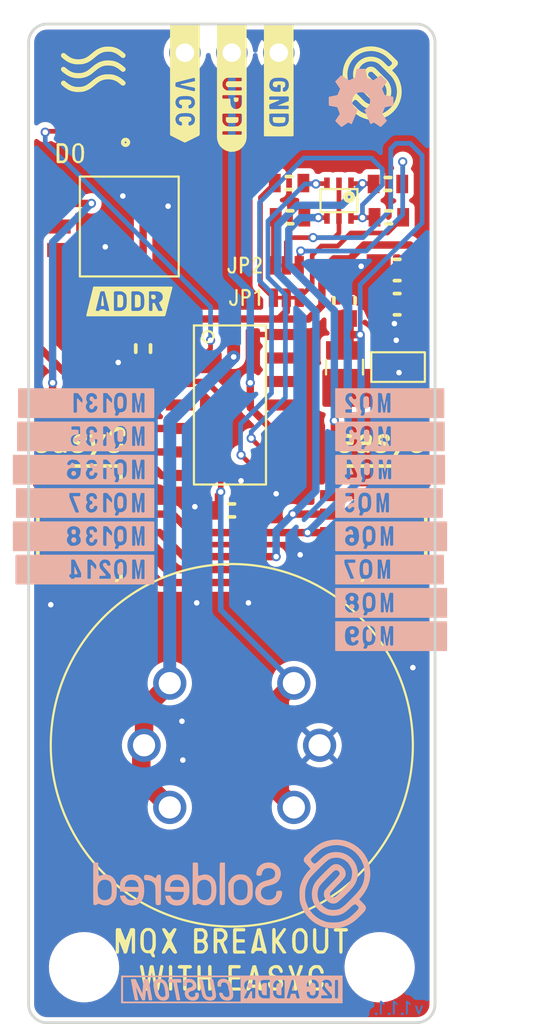
<source format=kicad_pcb>
(kicad_pcb (version 20210623) (generator pcbnew)
  (layers (0 "F.Cu" signal) (31 "B.Cu" signal) (34 "B.Paste" user) (35 "F.Paste" user) (36 "B.SilkS" user "B.Silkscreen") (37 "F.SilkS" user "F.Silkscreen") (38 "B.Mask" user) (39 "F.Mask" user) (44 "Edge.Cuts" user))
  (net 0 "")
  (net 1 "GND")
  (net 2 "5V")
  (net 3 "3V3")
  (net 4 "Net-(D1-Pad1)")
  (net 5 "SCL_PULL5")
  (net 6 "SDA_PULL5")
  (net 7 "SCL_PULL3,3")
  (net 8 "SDA_PULL3,3")
  (net 9 "SCL")
  (net 10 "SDA")
  (net 11 "UPDI")
  (net 12 "ADD1")
  (net 13 "ADD2")
  (net 14 "ADD3")
  (net 15 "Net-(L1-Pad1)")
  (net 16 "SCL5")
  (net 17 "SDA5")
  (net 18 "D0")
  (net 21 "A0")
  (footprint "e-radionica.com footprinti:0603R" (layer "F.Cu") (at 102 102.3 180)
    (fp_text reference "R1")
    (fp_text value "10k")
    (pad "1" smd rect locked (at -0.775 0 270) (size 1 0.64) (layers "F.Cu" "F.Paste" "F.Mask") (net 1 "GND"))
    (pad "2" smd rect locked (at 0.775 0 270) (size 1 0.64) (layers "F.Cu" "F.Paste" "F.Mask") (net 21 "A0"))
  )
  (footprint "e-radionica.com footprinti:DSHP03TS-S" (layer "F.Cu") (at 96.45 86.95)
    (fp_text reference "K4")
    (fp_text value "DSHP03TS-S")
    (pad "1" smd rect (at -3.81 -1.27 90) (size 0.76 1.27) (layers "F.Cu" "F.Paste" "F.Mask") (net 12 "ADD1"))
    (pad "2" smd rect (at 3.81 -1.27 90) (size 0.76 1.27) (layers "F.Cu" "F.Paste" "F.Mask") (net 1 "GND"))
    (pad "3" smd rect (at -3.81 0 90) (size 0.76 1.27) (layers "F.Cu" "F.Paste" "F.Mask") (net 13 "ADD2"))
    (pad "4" smd rect (at 3.81 0 90) (size 0.76 1.27) (layers "F.Cu" "F.Paste" "F.Mask") (net 1 "GND"))
    (pad "5" smd rect (at -3.81 1.27 90) (size 0.76 1.27) (layers "F.Cu" "F.Paste" "F.Mask") (net 14 "ADD3"))
    (pad "6" smd rect (at 3.81 1.27 90) (size 0.76 1.27) (layers "F.Cu" "F.Paste" "F.Mask") (net 1 "GND"))
  )
  (footprint "buzzardLabel" (layer "F.Cu") (at 99.46 75.6 -90)
    (fp_text reference "" (at 0 0 90) (layer "F.SilkS") (effects (font (size 1.27 1.27))))
    (fp_text value "" (at 0 0 90) (layer "F.SilkS") (effects (font (size 1.27 1.27))))
  )
  (footprint "Soldered Graphics:Logo-Back-SolderedFULL-15mm" (layer "F.Cu") (at 102 122.5)
    (fp_text reference "REF**" hide)
    (fp_text value "Logo-Front-SolderedFULL-15mm" hide)
  )
  (footprint "e-radionica.com footprinti:MQ" (layer "F.Cu") (at 102 115)
    (fp_text reference "U1")
    (fp_text value "MQ-X")
    (pad "1" thru_hole circle locked (at -3.358757 -3.358757) (size 1.8 1.8) (drill 1.2) (layers *.Cu *.Mask) (net 2 "5V"))
    (pad "2" thru_hole circle locked (at -4.75 0) (size 1.8 1.8) (drill 1.2) (layers *.Cu *.Mask) (net 2 "5V"))
    (pad "3" thru_hole circle locked (at -3.358757 3.358757) (size 1.8 1.8) (drill 1.2) (layers *.Cu *.Mask) (net 2 "5V"))
    (pad "4" thru_hole circle locked (at 3.358757 3.358757) (size 1.8 1.8) (drill 1.2) (layers *.Cu *.Mask) (net 21 "A0"))
    (pad "5" thru_hole circle locked (at 4.75 0) (size 1.8 1.8) (drill 1.2) (layers *.Cu *.Mask) (net 1 "GND"))
    (pad "6" thru_hole circle locked (at 3.358757 -3.358757) (size 1.8 1.8) (drill 1.2) (layers *.Cu *.Mask) (net 21 "A0"))
  )
  (footprint "e-radionica.com footprinti:0603C" (layer "F.Cu") (at 97.2 93.55 -90)
    (fp_text reference "C4")
    (fp_text value "0.1uF")
    (pad "1" smd rect locked (at -0.73 0 270) (size 0.66 1) (layers "F.Cu" "F.Paste" "F.Mask") (net 2 "5V"))
    (pad "2" smd rect locked (at 0.73 0 270) (size 0.66 1) (layers "F.Cu" "F.Paste" "F.Mask") (net 1 "GND"))
  )
  (footprint "buzzardLabel" (layer "F.Cu") (at 102.7 89.05)
    (fp_text reference "" (at 0 0) (layer "F.SilkS") (effects (font (size 1.27 1.27))))
    (fp_text value "" (at 0 0) (layer "F.SilkS") (effects (font (size 1.27 1.27))))
  )
  (footprint "e-radionica.com footprinti:0603R" (layer "F.Cu") (at 110.45 84.65 180)
    (fp_text reference "R2")
    (fp_text value "10k")
    (pad "1" smd rect locked (at -0.775 0 270) (size 1 0.64) (layers "F.Cu" "F.Paste" "F.Mask") (net 8 "SDA_PULL3,3"))
    (pad "2" smd rect locked (at 0.775 0 270) (size 1 0.64) (layers "F.Cu" "F.Paste" "F.Mask") (net 10 "SDA"))
  )
  (footprint "e-radionica.com footprinti:FIDUCIAL_23" (layer "F.Cu") (at 102 120)
    (fp_text reference "FD1")
    (fp_text value "FIDUCIAL")
    (fp_circle (center 0 0) (end 1 0) (layer "F.Cu") (width 0.2) (fill none))
    (pad "1" smd circle (at 0 0) (size 1 1) (layers "F.Cu" "F.Paste" "F.Mask") (clearance 1.1))
  )
  (footprint "e-radionica.com footprinti:0603R" (layer "F.Cu") (at 110.5 86.45)
    (fp_text reference "R4")
    (fp_text value "10k")
    (pad "1" smd rect locked (at -0.775 0 90) (size 1 0.64) (layers "F.Cu" "F.Paste" "F.Mask") (net 17 "SDA5"))
    (pad "2" smd rect locked (at 0.775 0 90) (size 1 0.64) (layers "F.Cu" "F.Paste" "F.Mask") (net 6 "SDA_PULL5"))
  )
  (footprint "e-radionica.com footprinti:HEADER-UPDI" (layer "F.Cu") (at 102 77.55)
    (fp_text reference "K2")
    (fp_text value "HEADER-UPDI")
    (pad "1" thru_hole circle locked (at -2.54 0) (size 1.7 1.7) (drill 1) (layers *.Cu *.Mask) (net 2 "5V"))
    (pad "2" thru_hole circle locked (at 0 0) (size 1.7 1.7) (drill 1) (layers *.Cu *.Mask) (net 11 "UPDI"))
    (pad "3" thru_hole circle locked (at 2.54 0) (size 1.7 1.7) (drill 1) (layers *.Cu *.Mask) (net 1 "GND"))
  )
  (footprint "buzzardLabel" (layer "F.Cu") (at 102.7 90.8)
    (fp_text reference "" (at 0 0) (layer "F.SilkS") (effects (font (size 1.27 1.27))))
    (fp_text value "" (at 0 0) (layer "F.SilkS") (effects (font (size 1.27 1.27))))
  )
  (footprint "Soldered Graphics:Logo-Front-easyC-5mm" (layer "F.Cu") (at 93.8 98.65)
    (fp_text reference "G***" hide)
    (fp_text value "LOGO" hide)
  )
  (footprint "e-radionica.com footprinti:easyC-connector" (layer "F.Cu") (at 94.3 103 90)
    (fp_text reference "K3")
    (fp_text value "easyC-SMD")
    (pad "1" smd rect locked (at -1.5 2.15 90) (size 0.6 1.55) (layers "F.Cu" "F.Paste" "F.Mask") (net 9 "SCL"))
    (pad "2" smd rect locked (at -0.5 2.15 90) (size 0.6 1.55) (layers "F.Cu" "F.Paste" "F.Mask") (net 10 "SDA"))
    (pad "3" smd rect locked (at 0.5 2.15 90) (size 0.6 1.55) (layers "F.Cu" "F.Paste" "F.Mask") (net 3 "3V3"))
    (pad "4" smd rect locked (at 1.5 2.15 90) (size 0.6 1.55) (layers "F.Cu" "F.Paste" "F.Mask") (net 1 "GND"))
    (pad "5" smd rect locked (at 2.6 -2.15 90) (size 1.2 1.8) (layers "F.Cu" "F.Paste" "F.Mask") (net 1 "GND"))
    (pad "5" smd rect locked (at -2.6 -2.15 90) (size 1.2 1.8) (layers "F.Cu" "F.Paste" "F.Mask") (net 1 "GND"))
  )
  (footprint "buzzardLabel" (layer "F.Cu") (at 96.45 91)
    (fp_text reference "" (at 0 0) (layer "F.SilkS") (effects (font (size 1.27 1.27))))
    (fp_text value "" (at 0 0) (layer "F.SilkS") (effects (font (size 1.27 1.27))))
  )
  (footprint "e-radionica.com footprinti:SMD_JUMPER_3_PAD_TRACE" (layer "F.Cu") (at 104.95 89.05)
    (fp_text reference "JP2")
    (fp_text value "SMD_JUMPER_3_PAD_TRACE")
    (fp_poly (pts (xy 0.45 0.05) (xy 0.25 0.05) (xy 0.25 -0.05) (xy 0.45 -0.05)) (layer "F.Cu") (width 0.1) (fill solid))
    (fp_poly (pts (xy -0.25 0.05) (xy -0.45 0.05) (xy -0.45 -0.05) (xy -0.25 -0.05)) (layer "F.Cu") (width 0.1) (fill solid))
    (pad "1" smd rect (at -0.7 0 180) (size 0.5 1) (layers "F.Cu" "F.Mask") (net 7 "SCL_PULL3,3"))
    (pad "2" smd custom (at 0 0 180) (size 0.5 1) (layers "F.Cu" "F.Mask") (net 3 "3V3") (options (clearance outline) (anchor rect)) (primitives))
    (pad "3" smd rect (at 0.7 0 180) (size 0.5 1) (layers "F.Cu" "F.Mask") (net 8 "SDA_PULL3,3"))
  )
  (footprint "Soldered Graphics:Symbol-Front-Air-Quality" (layer "F.Cu") (at 94.5 78.45)
    (fp_text reference "G***" hide)
    (fp_text value "LOGO" hide)
  )
  (footprint "e-radionica.com footprinti:0805C" (layer "F.Cu") (at 110.95 89.3)
    (fp_text reference "C1")
    (fp_text value "CL10A226MPCNUBE")
    (pad "1" smd rect locked (at -0.975 0 90) (size 1.35 0.9) (layers "F.Cu" "F.Paste" "F.Mask") (net 1 "GND"))
    (pad "2" smd rect locked (at 0.975 0 90) (size 1.35 0.9) (layers "F.Cu" "F.Paste" "F.Mask") (net 2 "5V"))
  )
  (footprint "Soldered Graphics:Logo-Back-OSH-3.5mm" (layer "F.Cu") (at 109 80)
    (fp_text reference "G***" hide)
    (fp_text value "LOGO" hide)
  )
  (footprint "e-radionica.com footprinti:SOIC-14" (layer "F.Cu") (at 101.9 96.6)
    (fp_text reference "U4")
    (fp_text value "ATTINY404-SSNR")
    (pad "1" smd rect (at -2.7 -3.81) (size 1.55 0.6) (layers "F.Cu" "F.Paste" "F.Mask") (net 2 "5V"))
    (pad "2" smd rect (at -2.7 -2.54) (size 1.55 0.6) (layers "F.Cu" "F.Paste" "F.Mask") (net 18 "D0"))
    (pad "3" smd rect (at -2.7 -1.27) (size 1.55 0.6) (layers "F.Cu" "F.Paste" "F.Mask") (net 21 "A0"))
    (pad "4" smd rect (at -2.7 0) (size 1.55 0.6) (layers "F.Cu" "F.Paste" "F.Mask"))
    (pad "5" smd rect (at -2.7 1.27) (size 1.55 0.6) (layers "F.Cu" "F.Paste" "F.Mask") (net 14 "ADD3"))
    (pad "6" smd rect (at -2.7 2.54) (size 1.55 0.6) (layers "F.Cu" "F.Paste" "F.Mask") (net 13 "ADD2"))
    (pad "7" smd rect (at -2.7 3.81) (size 1.55 0.6) (layers "F.Cu" "F.Paste" "F.Mask") (net 12 "ADD1"))
    (pad "8" smd rect (at 2.7 3.81) (size 1.55 0.6) (layers "F.Cu" "F.Paste" "F.Mask") (net 17 "SDA5"))
    (pad "9" smd rect (at 2.7 2.54) (size 1.55 0.6) (layers "F.Cu" "F.Paste" "F.Mask") (net 16 "SCL5"))
    (pad "10" smd rect (at 2.7 1.27) (size 1.55 0.6) (layers "F.Cu" "F.Paste" "F.Mask") (net 11 "UPDI"))
    (pad "11" smd rect (at 2.7 0) (size 1.55 0.6) (layers "F.Cu" "F.Paste" "F.Mask"))
    (pad "12" smd rect (at 2.7 -1.27) (size 1.55 0.6) (layers "F.Cu" "F.Paste" "F.Mask"))
    (pad "13" smd rect (at 2.7 -2.54) (size 1.55 0.6) (layers "F.Cu" "F.Paste" "F.Mask"))
    (pad "14" smd rect (at 2.7 -3.81) (size 1.55 0.6) (layers "F.Cu" "F.Paste" "F.Mask") (net 1 "GND"))
  )
  (footprint "e-radionica.com footprinti:0805C" (layer "F.Cu") (at 108.1 90.95 -90)
    (fp_text reference "C3")
    (fp_text value "C1608X7S1A475K080AC")
    (pad "1" smd rect locked (at -0.975 0) (size 1.35 0.9) (layers "F.Cu" "F.Paste" "F.Mask") (net 1 "GND"))
    (pad "2" smd rect locked (at 0.975 0) (size 1.35 0.9) (layers "F.Cu" "F.Paste" "F.Mask") (net 3 "3V3"))
  )
  (footprint "e-radionica.com footprinti:HOLE_3.2mm" (layer "F.Cu") (at 94 127)
    (fp_text reference "H2" hide)
    (fp_text value "HOLE_3.2mm" hide)
    (pad "" np_thru_hole circle locked (at 0 0) (size 3.2 3.2) (drill 3.2) (layers F&B.Cu *.Mask))
  )
  (footprint "e-radionica.com footprinti:tps613222a" (layer "F.Cu") (at 111 94.55 90)
    (fp_text reference "U3")
    (fp_text value "TPS613222A")
    (pad "1" smd rect (at -1.3 -0.95 90) (size 1.1 0.6) (layers "F.Cu" "F.Paste" "F.Mask") (net 15 "Net-(L1-Pad1)"))
    (pad "2" smd rect (at -1.3 0 90) (size 1.1 0.6) (layers "F.Cu" "F.Paste" "F.Mask") (net 1 "GND"))
    (pad "3" smd rect (at -1.3 0.95 90) (size 1.1 0.6) (layers "F.Cu" "F.Paste" "F.Mask"))
    (pad "4" smd rect (at 1.3 0.95 90) (size 1.1 0.6) (layers "F.Cu" "F.Paste" "F.Mask") (net 2 "5V"))
    (pad "5" smd rect (at 1.3 -0.95 90) (size 1.1 0.6) (layers "F.Cu" "F.Paste" "F.Mask"))
  )
  (footprint "e-radionica.com footprinti:0402LED" (layer "F.Cu") (at 95.35 81.8)
    (fp_text reference "D1")
    (fp_text value "purple")
    (pad "1" smd rect locked (at -0.55 0 90) (size 0.75 0.45) (layers "F.Cu" "F.Paste" "F.Mask") (net 4 "Net-(D1-Pad1)"))
    (pad "2" smd rect locked (at 0.55 0 90) (size 0.75 0.45) (layers "F.Cu" "F.Paste" "F.Mask") (net 1 "GND"))
  )
  (footprint "e-radionica.com footprinti:0603R" (layer "F.Cu") (at 105.15 86.45 180)
    (fp_text reference "R5")
    (fp_text value "10k")
    (pad "1" smd rect locked (at -0.775 0 270) (size 1 0.64) (layers "F.Cu" "F.Paste" "F.Mask") (net 9 "SCL"))
    (pad "2" smd rect locked (at 0.775 0 270) (size 1 0.64) (layers "F.Cu" "F.Paste" "F.Mask") (net 7 "SCL_PULL3,3"))
  )
  (footprint "e-radionica.com footprinti:0805C" (layer "F.Cu") (at 110.95 91.15)
    (fp_text reference "C2")
    (fp_text value "CL10A226MPCNUBE")
    (pad "1" smd rect locked (at -0.975 0 90) (size 1.35 0.9) (layers "F.Cu" "F.Paste" "F.Mask") (net 1 "GND"))
    (pad "2" smd rect locked (at 0.975 0 90) (size 1.35 0.9) (layers "F.Cu" "F.Paste" "F.Mask") (net 2 "5V"))
  )
  (footprint "Soldered Graphics:Logo-Front-easyC-5mm" (layer "F.Cu") (at 110.2 98.65)
    (fp_text reference "G***" hide)
    (fp_text value "LOGO" hide)
  )
  (footprint "e-radionica.com footprinti:SOT-363" (layer "F.Cu") (at 107.8 85.55 -90)
    (fp_text reference "U2")
    (fp_text value "NMOS-DUAL")
    (pad "1" smd rect (at -0.92 -0.65) (size 0.3 0.66) (layers "F.Cu" "F.Paste" "F.Mask") (net 10 "SDA"))
    (pad "2" smd rect (at -0.92 0) (size 0.3 0.66) (layers "F.Cu" "F.Paste" "F.Mask") (net 3 "3V3"))
    (pad "3" smd rect (at -0.92 0.65) (size 0.3 0.66) (layers "F.Cu" "F.Paste" "F.Mask") (net 16 "SCL5"))
    (pad "4" smd rect (at 0.92 0.65) (size 0.3 0.66) (layers "F.Cu" "F.Paste" "F.Mask") (net 9 "SCL"))
    (pad "5" smd rect (at 0.92 0) (size 0.3 0.66) (layers "F.Cu" "F.Paste" "F.Mask") (net 3 "3V3"))
    (pad "6" smd rect (at 0.92 -0.65) (size 0.3 0.66) (layers "F.Cu" "F.Paste" "F.Mask") (net 17 "SDA5"))
  )
  (footprint "e-radionica.com footprinti:HOLE_3.2mm" (layer "F.Cu") (at 110 127)
    (fp_text reference "H1" hide)
    (fp_text value "HOLE_3.2mm" hide)
    (pad "" np_thru_hole circle locked (at 0 0) (size 3.2 3.2) (drill 3.2) (layers F&B.Cu *.Mask))
  )
  (footprint "e-radionica.com footprinti:easyC-connector" (layer "F.Cu") (at 109.7 103 -90)
    (fp_text reference "K1")
    (fp_text value "easyC-SMD")
    (pad "1" smd rect locked (at -1.5 2.15 270) (size 0.6 1.55) (layers "F.Cu" "F.Paste" "F.Mask") (net 9 "SCL"))
    (pad "2" smd rect locked (at -0.5 2.15 270) (size 0.6 1.55) (layers "F.Cu" "F.Paste" "F.Mask") (net 10 "SDA"))
    (pad "3" smd rect locked (at 0.5 2.15 270) (size 0.6 1.55) (layers "F.Cu" "F.Paste" "F.Mask") (net 3 "3V3"))
    (pad "4" smd rect locked (at 1.5 2.15 270) (size 0.6 1.55) (layers "F.Cu" "F.Paste" "F.Mask") (net 1 "GND"))
    (pad "5" smd rect locked (at -2.6 -2.15 270) (size 1.2 1.8) (layers "F.Cu" "F.Paste" "F.Mask") (net 1 "GND"))
    (pad "5" smd rect locked (at 2.6 -2.15 270) (size 1.2 1.8) (layers "F.Cu" "F.Paste" "F.Mask") (net 1 "GND"))
  )
  (footprint "buzzardLabel" (layer "F.Cu") (at 102 75.6 -90)
    (fp_text reference "" (at 0 0 90) (layer "F.SilkS") (effects (font (size 1.27 1.27))))
    (fp_text value "" (at 0 0 90) (layer "F.SilkS") (effects (font (size 1.27 1.27))))
  )
  (footprint "Soldered Graphics:Logo-Front-Soldered-4mm" (layer "F.Cu") (at 109.6 79.2)
    (fp_text reference "G***" hide)
    (fp_text value "LOGO" hide)
  )
  (footprint "e-radionica.com footprinti:0806L" (layer "F.Cu") (at 108.1 94.55 90)
    (fp_text reference "L1")
    (fp_text value "DFE201612E-2R2M=P2")
    (pad "1" smd rect (at -0.9 0 90) (size 1 2) (layers "F.Cu" "F.Paste" "F.Mask") (net 15 "Net-(L1-Pad1)"))
    (pad "2" smd rect (at 0.9 0 90) (size 1 2) (layers "F.Cu" "F.Paste" "F.Mask") (net 3 "3V3"))
  )
  (footprint "buzzardLabel" (layer "F.Cu") (at 102 125.6)
    (fp_text reference "" (at 0 0) (layer "F.SilkS") (effects (font (size 1.27 1.27))))
    (fp_text value "" (at 0 0) (layer "F.SilkS") (effects (font (size 1.27 1.27))))
  )
  (footprint "buzzardLabel" (layer "F.Cu") (at 93.26 83)
    (fp_text reference "" (at 0 0) (layer "F.SilkS") (effects (font (size 1.27 1.27))))
    (fp_text value "" (at 0 0) (layer "F.SilkS") (effects (font (size 1.27 1.27))))
  )
  (footprint "e-radionica.com footprinti:0603R" (layer "F.Cu") (at 105.1 84.6)
    (fp_text reference "R3")
    (fp_text value "10k")
    (pad "1" smd rect locked (at -0.775 0 90) (size 1 0.64) (layers "F.Cu" "F.Paste" "F.Mask") (net 5 "SCL_PULL5"))
    (pad "2" smd rect locked (at 0.775 0 90) (size 1 0.64) (layers "F.Cu" "F.Paste" "F.Mask") (net 16 "SCL5"))
  )
  (footprint "e-radionica.com footprinti:0402R" (layer "F.Cu") (at 93.26 81.8)
    (fp_text reference "R6")
    (fp_text value "2k2")
    (pad "1" smd rect locked (at -0.5 0 90) (size 0.64 0.54) (layers "F.Cu" "F.Paste" "F.Mask") (net 18 "D0"))
    (pad "2" smd rect locked (at 0.5 0 90) (size 0.64 0.54) (layers "F.Cu" "F.Paste" "F.Mask") (net 4 "Net-(D1-Pad1)"))
  )
  (footprint "e-radionica.com footprinti:SMD_JUMPER_3_PAD_TRACE" (layer "F.Cu") (at 104.95 90.8)
    (fp_text reference "JP1")
    (fp_text value "SMD_JUMPER_3_PAD_TRACE")
    (fp_poly (pts (xy 0.45 0.05) (xy 0.25 0.05) (xy 0.25 -0.05) (xy 0.45 -0.05)) (layer "F.Cu") (width 0.1) (fill solid))
    (fp_poly (pts (xy -0.25 0.05) (xy -0.45 0.05) (xy -0.45 -0.05) (xy -0.25 -0.05)) (layer "F.Cu") (width 0.1) (fill solid))
    (pad "1" smd rect (at -0.7 0 180) (size 0.5 1) (layers "F.Cu" "F.Mask") (net 5 "SCL_PULL5"))
    (pad "2" smd custom (at 0 0 180) (size 0.5 1) (layers "F.Cu" "F.Mask") (net 2 "5V") (options (clearance outline) (anchor rect)) (primitives))
    (pad "3" smd rect (at 0.7 0 180) (size 0.5 1) (layers "F.Cu" "F.Mask") (net 6 "SDA_PULL5"))
  )
  (footprint "buzzardLabel" (layer "F.Cu") (at 102 127.6)
    (fp_text reference "" (at 0 0) (layer "F.SilkS") (effects (font (size 1.27 1.27))))
    (fp_text value "" (at 0 0) (layer "F.SilkS") (effects (font (size 1.27 1.27))))
  )
  (footprint "buzzardLabel" (layer "F.Cu") (at 104.54 75.6 -90)
    (fp_text reference "" (at 0 0 90) (layer "F.SilkS") (effects (font (size 1.27 1.27))))
    (fp_text value "" (at 0 0 90) (layer "F.SilkS") (effects (font (size 1.27 1.27))))
  )
  (footprint "buzzardLabel" (layer "B.Cu") (at 98.2 96.5 180)
    (fp_text reference "" (at 0 0) (layer "B.SilkS") (effects (font (size 1.27 1.27)) (justify mirror)))
    (fp_text value "" (at 0 0) (layer "B.SilkS") (effects (font (size 1.27 1.27)) (justify mirror)))
  )
  (footprint "buzzardLabel" (layer "B.Cu") (at 107.2 98.3 180)
    (fp_text reference "" (at 0 0) (layer "B.SilkS") (effects (font (size 1.27 1.27)) (justify mirror)))
    (fp_text value "" (at 0 0) (layer "B.SilkS") (effects (font (size 1.27 1.27)) (justify mirror)))
  )
  (footprint "buzzardLabel" (layer "B.Cu") (at 107.2 109.1 180)
    (fp_text reference "" (at 0 0) (layer "B.SilkS") (effects (font (size 1.27 1.27)) (justify mirror)))
    (fp_text value "" (at 0 0) (layer "B.SilkS") (effects (font (size 1.27 1.27)) (justify mirror)))
  )
  (footprint "buzzardLabel" (layer "B.Cu") (at 107.2 107.3 180)
    (fp_text reference "" (at 0 0) (layer "B.SilkS") (effects (font (size 1.27 1.27)) (justify mirror)))
    (fp_text value "" (at 0 0) (layer "B.SilkS") (effects (font (size 1.27 1.27)) (justify mirror)))
  )
  (footprint "Soldered Graphics:Version1.1.1." (layer "B.Cu") (at 111 129.2 180)
    (fp_text reference "REF**" hide)
    (fp_text value "Version1.1.1." hide)
    (fp_poly (pts (xy -0.27 -0.38) (xy -0.22 -0.38) (xy -0.17 -0.37) (xy -0.16 -0.33) (xy -0.16 -0.27) (xy -0.21 -0.26) (xy -0.26 -0.26) (xy -0.29 -0.29) (xy -0.29 -0.34) (xy -0.27 -0.38)) (layer "B.Cu") (width 0.01) (fill solid))
    (fp_poly (pts (xy 0.43 -0.38) (xy 0.48 -0.38) (xy 0.54 -0.37) (xy 0.54 -0.33) (xy 0.54 -0.27) (xy 0.5 -0.26) (xy 0.45 -0.26) (xy 0.42 -0.29) (xy 0.42 -0.34) (xy 0.43 -0.38)) (layer "B.Cu") (width 0.01) (fill solid))
    (fp_poly (pts (xy 0.21 -0.35) (xy 0.26 -0.35) (xy 0.28 -0.31) (xy 0.28 0.35) (xy 0.24 0.38) (xy 0.19 0.38) (xy 0.15 0.34) (xy 0.04 0.22) (xy 0.02 0.17) (xy 0.05 0.16) (xy 0.14 0.22) (xy 0.18 0.23) (xy 0.18 -0.31) (xy 0.21 -0.35)) (layer "B.Cu") (width 0.01) (fill solid))
    (fp_poly (pts (xy 1.14 -0.38) (xy 1.19 -0.38) (xy 1.24 -0.37) (xy 1.25 -0.33) (xy 1.25 -0.27) (xy 1.2 -0.26) (xy 1.15 -0.26) (xy 1.12 -0.29) (xy 1.12 -0.34) (xy 1.14 -0.38)) (layer "B.Cu") (width 0.01) (fill solid))
    (fp_poly (pts (xy -0.5 -0.35) (xy -0.44 -0.35) (xy -0.43 -0.31) (xy -0.43 0.35) (xy -0.46 0.38) (xy -0.52 0.38) (xy -0.55 0.34) (xy -0.67 0.22) (xy -0.68 0.17) (xy -0.65 0.16) (xy -0.56 0.22) (xy -0.52 0.23) (xy -0.52 -0.31) (xy -0.5 -0.35)) (layer "B.Cu") (width 0.01) (fill solid))
    (fp_poly (pts (xy -1.15 -0.35) (xy -1.1 -0.35) (xy -1.07 -0.31) (xy -0.92 0.1) (xy -0.94 0.13) (xy -0.99 0.13) (xy -1.02 0.1) (xy -1.11 -0.16) (xy -1.13 -0.21) (xy -1.15 -0.17) (xy -1.24 0.09) (xy -1.26 0.13) (xy -1.32 0.13) (xy -1.34 0.1) (xy -1.18 -0.31) (xy -1.15 -0.35)) (layer "B.Cu") (width 0.01) (fill solid))
    (fp_poly (pts (xy 0.91 -0.35) (xy 0.96 -0.35) (xy 0.98 -0.31) (xy 0.98 0.35) (xy 0.95 0.38) (xy 0.89 0.38) (xy 0.86 0.34) (xy 0.74 0.22) (xy 0.73 0.17) (xy 0.76 0.16) (xy 0.85 0.22) (xy 0.89 0.23) (xy 0.89 -0.31) (xy 0.91 -0.35)) (layer "B.Cu") (width 0.01) (fill solid))
  )
  (footprint "buzzardLabel" (layer "B.Cu") (at 98.2 103.7 180)
    (fp_text reference "" (at 0 0) (layer "B.SilkS") (effects (font (size 1.27 1.27)) (justify mirror)))
    (fp_text value "" (at 0 0) (layer "B.SilkS") (effects (font (size 1.27 1.27)) (justify mirror)))
  )
  (footprint "Soldered Graphics:Symbol-Front_I2C_ADDR_CUSTOM" (layer "B.Cu") (at 102 128.2 180)
    (fp_text reference "REF**" hide)
    (fp_text value "Symbol-Front_I2C_ADDR_CUSTOM" hide)
  )
  (footprint "buzzardLabel" (layer "B.Cu") (at 107.2 103.7 180)
    (fp_text reference "" (at 0 0) (layer "B.SilkS") (effects (font (size 1.27 1.27)) (justify mirror)))
    (fp_text value "" (at 0 0) (layer "B.SilkS") (effects (font (size 1.27 1.27)) (justify mirror)))
  )
  (footprint "buzzardLabel" (layer "B.Cu") (at 98.2 100.1 180)
    (fp_text reference "" (at 0 0) (layer "B.SilkS") (effects (font (size 1.27 1.27)) (justify mirror)))
    (fp_text value "" (at 0 0) (layer "B.SilkS") (effects (font (size 1.27 1.27)) (justify mirror)))
  )
  (footprint "buzzardLabel" (layer "B.Cu") (at 107.2 96.5 180)
    (fp_text reference "" (at 0 0) (layer "B.SilkS") (effects (font (size 1.27 1.27)) (justify mirror)))
    (fp_text value "" (at 0 0) (layer "B.SilkS") (effects (font (size 1.27 1.27)) (justify mirror)))
  )
  (footprint "buzzardLabel" (layer "B.Cu") (at 107.2 105.5 180)
    (fp_text reference "" (at 0 0) (layer "B.SilkS") (effects (font (size 1.27 1.27)) (justify mirror)))
    (fp_text value "" (at 0 0) (layer "B.SilkS") (effects (font (size 1.27 1.27)) (justify mirror)))
  )
  (footprint "buzzardLabel" (layer "B.Cu") (at 107.2 100.1 180)
    (fp_text reference "" (at 0 0) (layer "B.SilkS") (effects (font (size 1.27 1.27)) (justify mirror)))
    (fp_text value "" (at 0 0) (layer "B.SilkS") (effects (font (size 1.27 1.27)) (justify mirror)))
  )
  (footprint "buzzardLabel" (layer "B.Cu") (at 107.2 101.9 180)
    (fp_text reference "" (at 0 0) (layer "B.SilkS") (effects (font (size 1.27 1.27)) (justify mirror)))
    (fp_text value "" (at 0 0) (layer "B.SilkS") (effects (font (size 1.27 1.27)) (justify mirror)))
  )
  (footprint "buzzardLabel" (layer "B.Cu") (at 98.2 98.3 180)
    (fp_text reference "" (at 0 0) (layer "B.SilkS") (effects (font (size 1.27 1.27)) (justify mirror)))
    (fp_text value "" (at 0 0) (layer "B.SilkS") (effects (font (size 1.27 1.27)) (justify mirror)))
  )
  (footprint "buzzardLabel" (layer "B.Cu") (at 98.2 105.5 180)
    (fp_text reference "" (at 0 0) (layer "B.SilkS") (effects (font (size 1.27 1.27)) (justify mirror)))
    (fp_text value "" (at 0 0) (layer "B.SilkS") (effects (font (size 1.27 1.27)) (justify mirror)))
  )
  (footprint "buzzardLabel" (layer "B.Cu") (at 98.2 101.9 180)
    (fp_text reference "" (at 0 0) (layer "B.SilkS") (effects (font (size 1.27 1.27)) (justify mirror)))
    (fp_text value "" (at 0 0) (layer "B.SilkS") (effects (font (size 1.27 1.27)) (justify mirror)))
  )
  (gr_arc (start 92 129.000003) (end 91 129) (angle -90) (layer "Edge.Cuts") (width 0.15))
  (gr_line (start 92 130) (end 112 130) (layer "Edge.Cuts") (width 0.15))
  (gr_line (start 91 77) (end 91 129) (layer "Edge.Cuts") (width 0.15))
  (gr_arc (start 112.000002 76.999997) (end 113 77) (angle -90) (layer "Edge.Cuts") (width 0.15))
  (gr_arc (start 91.999997 77.000001) (end 92 76) (angle -90) (layer "Edge.Cuts") (width 0.15))
  (gr_arc (start 112.000003 128.999999) (end 112 129.999997) (angle -90) (layer "Edge.Cuts") (width 0.15))
  (gr_line (start 112 76) (end 92 76) (layer "Edge.Cuts") (width 0.15))
  (gr_line (start 113 129) (end 113 77) (layer "Edge.Cuts") (width 0.15))
  (via (at 98.55 85.85) (size 0.5) (drill 0.3) (layers "F.Cu" "B.Cu") (net 1))
  (via (at 96.1 85.3) (size 0.5) (drill 0.3) (layers "F.Cu" "B.Cu") (net 1))
  (via (at 111.8 110.8) (size 0.5) (drill 0.3) (layers "F.Cu" "B.Cu") (net 1))
  (via (at 99.35 115.8) (size 0.5) (drill 0.3) (layers "F.Cu" "B.Cu") (net 1))
  (via (at 99.3 113.7) (size 0.5) (drill 0.3) (layers "F.Cu" "B.Cu") (net 1))
  (via (at 102.5 100.7) (size 0.5) (drill 0.3) (layers "F.Cu" "B.Cu") (net 1))
  (via (at 95.15 88.05) (size 0.5) (drill 0.3) (layers "F.Cu" "B.Cu") (net 1))
  (via (at 104.4 101.4) (size 0.5) (drill 0.3) (layers "F.Cu" "B.Cu") (net 1))
  (via (at 95.85 94.3) (size 0.5) (drill 0.3) (layers "F.Cu" "B.Cu") (net 1))
  (via (at 102.9 107.3) (size 0.5) (drill 0.3) (layers "F.Cu" "B.Cu") (net 1))
  (via (at 92.2 107.4) (size 0.5) (drill 0.3) (layers "F.Cu" "B.Cu") (net 1))
  (via (at 100.1 107.3) (size 0.5) (drill 0.3) (layers "F.Cu" "B.Cu") (net 1))
  (via (at 109 89.1) (size 0.5) (drill 0.3) (layers "F.Cu" "B.Cu") (net 1))
  (via (at 100 102.1) (size 0.5) (drill 0.3) (layers "F.Cu" "B.Cu") (net 1))
  (via (at 105.7 104.7) (size 0.5) (drill 0.3) (layers "F.Cu" "B.Cu") (net 1))
  (via (at 111.05 94.85) (size 0.5) (drill 0.3) (layers "F.Cu" "B.Cu") (net 1))
  (via (at 110.8 92.2) (size 0.5) (drill 0.3) (layers "F.Cu" "B.Cu") (net 1))
  (via (at 110.9 93.1) (size 0.5) (drill 0.3) (layers "F.Cu" "B.Cu") (net 1))
  (segment (start 102 91.95) (end 104.55 91.95) (width 0.4) (layer "F.Cu") (net 2))
  (segment (start 97.1 115.15) (end 97.25 115) (width 1) (layer "F.Cu") (net 2))
  (segment (start 97.1 116.817514) (end 97.1 115.15) (width 1) (layer "F.Cu") (net 2))
  (segment (start 97.23 92.79) (end 97.2 92.82) (width 0.4) (layer "F.Cu") (net 2))
  (segment (start 104.55 91.95) (end 104.95 91.55) (width 0.4) (layer "F.Cu") (net 2))
  (segment (start 99.2 92.79) (end 99.2 92.4) (width 0.4) (layer "F.Cu") (net 2))
  (segment (start 111.925 89.3) (end 111.925 93.225) (width 1) (layer "F.Cu") (net 2))
  (segment (start 111.925 88.225) (end 111.925 89.3) (width 0.4) (layer "F.Cu") (net 2))
  (segment (start 106.15 91.95) (end 106.87652 91.22348) (width 0.4) (layer "F.Cu") (net 2))
  (segment (start 102.1 94) (end 102.1 92.05) (width 0.7) (layer "F.Cu") (net 2))
  (segment (start 106.87652 91.22348) (end 106.87652 89.35) (width 0.4) (layer "F.Cu") (net 2))
  (segment (start 108.4 88.7) (end 109.15 87.95) (width 0.4) (layer "F.Cu") (net 2))
  (segment (start 109.15 87.95) (end 111.65 87.95) (width 0.4) (layer "F.Cu") (net 2))
  (segment (start 97.2 92.82) (end 97.2 85.55) (width 0.4) (layer "F.Cu") (net 2))
  (segment (start 104.55 91.95) (end 106.15 91.95) (width 0.4) (layer "F.Cu") (net 2))
  (segment (start 99.65 91.95) (end 102 91.95) (width 0.4) (layer "F.Cu") (net 2))
  (segment (start 99.46 77.55) (end 99.46 83.29) (width 0.4) (layer "F.Cu") (net 2))
  (segment (start 111.925 93.225) (end 111.95 93.25) (width 1) (layer "F.Cu") (net 2))
  (segment (start 106.87652 89.35) (end 107.52652 88.7) (width 0.4) (layer "F.Cu") (net 2))
  (segment (start 99.2 92.4) (end 99.65 91.95) (width 0.4) (layer "F.Cu") (net 2))
  (segment (start 107.52652 88.7) (end 108.4 88.7) (width 0.4) (layer "F.Cu") (net 2))
  (segment (start 97.25 113.032486) (end 98.641243 111.641243) (width 1) (layer "F.Cu") (net 2))
  (segment (start 98.641243 118.358757) (end 97.1 116.817514) (width 1) (layer "F.Cu") (net 2))
  (segment (start 104.95 91.55) (end 104.95 90.8) (width 0.4) (layer "F.Cu") (net 2))
  (segment (start 111.65 87.95) (end 111.925 88.225) (width 0.4) (layer "F.Cu") (net 2))
  (segment (start 99.2 92.79) (end 97.23 92.79) (width 0.4) (layer "F.Cu") (net 2))
  (segment (start 97.2 85.55) (end 99.46 83.29) (width 0.4) (layer "F.Cu") (net 2))
  (segment (start 97.25 115) (end 97.25 113.032486) (width 1) (layer "F.Cu") (net 2))
  (via (at 102.1 94) (size 0.5) (drill 0.3) (layers "F.Cu" "B.Cu") (net 2))
  (segment (start 98.641243 97.458757) (end 102.1 94) (width 0.7) (layer "B.Cu") (net 2))
  (segment (start 98.641243 111.641243) (end 98.641243 97.458757) (width 0.7) (layer "B.Cu") (net 2))
  (segment (start 107.55 87.55) (end 107.8 87.3) (width 0.254) (layer "F.Cu") (net 3))
  (segment (start 105.2 87.55) (end 106.4 87.55) (width 0.254) (layer "F.Cu") (net 3))
  (segment (start 108.1 92.9) (end 108.1 91.925) (width 1) (layer "F.Cu") (net 3))
  (segment (start 108.1 93.65) (end 108.1 92.9) (width 1) (layer "F.Cu") (net 3))
  (segment (start 104.95 87.8) (end 105.2 87.55) (width 0.254) (layer "F.Cu") (net 3))
  (segment (start 104.95 89.05) (end 104.95 87.8) (width 0.254) (layer "F.Cu") (net 3))
  (segment (start 108.2 92.8) (end 108.1 92.9) (width 0.4) (layer "F.Cu") (net 3))
  (segment (start 107.8 84.63) (end 107.8 86.47) (width 0.254) (layer "F.Cu") (net 3))
  (segment (start 96.45 102.5) (end 98.8 102.5) (width 0.4) (layer "F.Cu") (net 3))
  (segment (start 106.4 87.55) (end 107.55 87.55) (width 0.254) (layer "F.Cu") (net 3))
  (segment (start 98.8 102.5) (end 99.8 103.5) (width 0.4) (layer "F.Cu") (net 3))
  (segment (start 107.8 87.3) (end 107.8 86.47) (width 0.254) (layer "F.Cu") (net 3))
  (segment (start 108.95 92.8) (end 108.2 92.8) (width 0.4) (layer "F.Cu") (net 3))
  (segment (start 99.8 103.5) (end 107.55 103.5) (width 0.4) (layer "F.Cu") (net 3))
  (via (at 106.1 103.5) (size 0.5) (drill 0.3) (layers "F.Cu" "B.Cu") (net 3))
  (via (at 106.4 87.55) (size 0.5) (drill 0.3) (layers "F.Cu" "B.Cu") (net 3))
  (via (at 108.95 92.8) (size 0.5) (drill 0.3) (layers "F.Cu" "B.Cu") (net 3))
  (segment (start 112.3 86.75) (end 112.3 83.1) (width 0.254) (layer "B.Cu") (net 3))
  (segment (start 110.60352 86.04648) (end 109.1 87.55) (width 0.254) (layer "B.Cu") (net 3))
  (segment (start 109 92.85) (end 108.95 92.8) (width 0.4) (layer "B.Cu") (net 3))
  (segment (start 111.65 82.45) (end 110.9 82.45) (width 0.254) (layer "B.Cu") (net 3))
  (segment (start 108.95 90.1) (end 112.3 86.75) (width 0.254) (layer "B.Cu") (net 3))
  (segment (start 110.9 82.45) (end 110.6 82.75) (width 0.254) (layer "B.Cu") (net 3))
  (segment (start 110.60352 82.75352) (end 110.60352 86.04648) (width 0.254) (layer "B.Cu") (net 3))
  (segment (start 109 100.6) (end 109 92.85) (width 0.4) (layer "B.Cu") (net 3))
  (segment (start 110.6 82.75) (end 110.60352 82.75352) (width 0.254) (layer "B.Cu") (net 3))
  (segment (start 109.1 87.55) (end 106.4 87.55) (width 0.254) (layer "B.Cu") (net 3))
  (segment (start 108.95 92.8) (end 108.95 90.1) (width 0.254) (layer "B.Cu") (net 3))
  (segment (start 112.3 83.1) (end 111.65 82.45) (width 0.254) (layer "B.Cu") (net 3))
  (segment (start 106.1 103.5) (end 109 100.6) (width 0.4) (layer "B.Cu") (net 3))
  (segment (start 93.76 81.8) (end 94.8 81.8) (width 0.254) (layer "F.Cu") (net 4))
  (segment (start 103.55 90.1) (end 104.25 90.8) (width 0.254) (layer "F.Cu") (net 5))
  (segment (start 103.55 85.375) (end 103.55 90.1) (width 0.254) (layer "F.Cu") (net 5))
  (segment (start 104.325 84.6) (end 103.55 85.375) (width 0.254) (layer "F.Cu") (net 5))
  (segment (start 106.35 88.5) (end 106.84648 88.00352) (width 0.254) (layer "F.Cu") (net 6))
  (segment (start 110.425 87.3) (end 111.275 86.45) (width 0.254) (layer "F.Cu") (net 6))
  (segment (start 106.35 90.1) (end 106.35 88.5) (width 0.254) (layer "F.Cu") (net 6))
  (segment (start 105.65 90.8) (end 106.35 90.1) (width 0.254) (layer "F.Cu") (net 6))
  (segment (start 108.441374 87.3) (end 110.425 87.3) (width 0.254) (layer "F.Cu") (net 6))
  (segment (start 107.737854 88.00352) (end 108.441374 87.3) (width 0.254) (layer "F.Cu") (net 6))
  (segment (start 106.84648 88.00352) (end 107.737854 88.00352) (width 0.254) (layer "F.Cu") (net 6))
  (segment (start 104.375 86.45) (end 104.25 86.575) (width 0.254) (layer "F.Cu") (net 7))
  (segment (start 104.25 86.575) (end 104.25 89.05) (width 0.254) (layer "F.Cu") (net 7))
  (segment (start 105.65 88.25) (end 105.706979 88.25) (width 0.254) (layer "F.Cu") (net 8))
  (segment (start 111.25 83.45) (end 111.25 84.625) (width 0.254) (layer "F.Cu") (net 8))
  (segment (start 105.65 89.05) (end 105.65 88.25) (width 0.254) (layer "F.Cu") (net 8))
  (segment (start 105.706979 88.25) (end 105.733479 88.2765) (width 0.254) (layer "F.Cu") (net 8))
  (segment (start 111.25 84.625) (end 111.225 84.65) (width 0.254) (layer "F.Cu") (net 8))
  (via (at 111.25 83.45) (size 0.5) (drill 0.3) (layers "F.Cu" "B.Cu") (net 8))
  (via (at 105.733479 88.2765) (size 0.5) (drill 0.3) (layers "F.Cu" "B.Cu") (net 8))
  (segment (start 109.2735 88.2765) (end 111.25 86.3) (width 0.254) (layer "B.Cu") (net 8))
  (segment (start 111.25 86.3) (end 111.25 83.45) (width 0.254) (layer "B.Cu") (net 8))
  (segment (start 105.733479 88.2765) (end 109.2735 88.2765) (width 0.254) (layer "B.Cu") (net 8))
  (segment (start 110 102.1) (end 109.4 101.5) (width 0.4) (layer "F.Cu") (net 9))
  (segment (start 98.15 106.2) (end 108.9 106.2) (width 0.4) (layer "F.Cu") (net 9))
  (segment (start 110 105.1) (end 110 102.1) (width 0.4) (layer "F.Cu") (net 9))
  (segment (start 105.945 86.47) (end 105.925 86.45) (width 0.254) (layer "F.Cu") (net 9))
  (segment (start 106.68 86.47) (end 105.945 86.47) (width 0.254) (layer "F.Cu") (net 9))
  (segment (start 107.55 101.5) (end 107.55 97.45) (width 0.4) (layer "F.Cu") (net 9))
  (segment (start 96.45 104.5) (end 98.15 106.2) (width 0.4) (layer "F.Cu") (net 9))
  (segment (start 109.4 101.5) (end 107.55 101.5) (width 0.4) (layer "F.Cu") (net 9))
  (segment (start 107.15 86.47) (end 106.68 86.47) (width 0.254) (layer "F.Cu") (net 9))
  (segment (start 108.9 106.2) (end 110 105.1) (width 0.4) (layer "F.Cu") (net 9))
  (via (at 107.55 97.45) (size 0.5) (drill 0.3) (layers "F.Cu" "B.Cu") (net 9))
  (via (at 106.68 86.47) (size 0.5) (drill 0.3) (layers "F.Cu" "B.Cu") (net 9))
  (segment (start 105.083968 89.033968) (end 105.083968 87.116032) (width 0.4) (layer "B.Cu") (net 9))
  (segment (start 107.55 91.5) (end 105.083968 89.033968) (width 0.4) (layer "B.Cu") (net 9))
  (segment (start 105.73 86.47) (end 106.68 86.47) (width 0.4) (layer "B.Cu") (net 9))
  (segment (start 107.55 97.45) (end 107.55 91.5) (width 0.4) (layer "B.Cu") (net 9))
  (segment (start 105.083968 87.116032) (end 105.73 86.47) (width 0.4) (layer "B.Cu") (net 9))
  (segment (start 108.45 84.63) (end 109.07 84.63) (width 0.254) (layer "F.Cu") (net 10))
  (segment (start 104.4 104.8) (end 99.4 104.8) (width 0.4) (layer "F.Cu") (net 10))
  (segment (start 98.1 103.5) (end 96.45 103.5) (width 0.4) (layer "F.Cu") (net 10))
  (segment (start 109.655 84.63) (end 109.675 84.65) (width 0.254) (layer "F.Cu") (net 10))
  (segment (start 109.07 84.63) (end 109.655 84.63) (width 0.254) (layer "F.Cu") (net 10))
  (segment (start 106.1 102.5) (end 105.3 102.5) (width 0.4) (layer "F.Cu") (net 10))
  (segment (start 99.4 104.8) (end 98.1 103.5) (width 0.4) (layer "F.Cu") (net 10))
  (segment (start 107.55 102.5) (end 106.1 102.5) (width 0.4) (layer "F.Cu") (net 10))
  (via (at 105.3 102.5) (size 0.5) (drill 0.3) (layers "F.Cu" "B.Cu") (net 10))
  (via (at 109.07 84.63) (size 0.5) (drill 0.3) (layers "F.Cu" "B.Cu") (net 10))
  (via (at 104.4 104.8) (size 0.5) (drill 0.3) (layers "F.Cu" "B.Cu") (net 10))
  (segment (start 106.55 101.25) (end 106.55 91.55) (width 0.4) (layer "B.Cu") (net 10))
  (segment (start 105.3 102.5) (end 106.55 101.25) (width 0.4) (layer "B.Cu") (net 10))
  (segment (start 104.4 103.4) (end 105.3 102.5) (width 0.4) (layer "B.Cu") (net 10))
  (segment (start 109.07 84.68) (end 109.07 84.63) (width 0.4) (layer "B.Cu") (net 10))
  (segment (start 105.55215 85.8) (end 107.95 85.8) (width 0.4) (layer "B.Cu") (net 10))
  (segment (start 104.484448 86.867702) (end 105.55215 85.8) (width 0.4) (layer "B.Cu") (net 10))
  (segment (start 107.95 85.8) (end 109.07 84.68) (width 0.4) (layer "B.Cu") (net 10))
  (segment (start 104.484448 89.484448) (end 104.484448 86.867702) (width 0.4) (layer "B.Cu") (net 10))
  (segment (start 106.55 91.55) (end 104.484448 89.484448) (width 0.4) (layer "B.Cu") (net 10))
  (segment (start 104.4 104.8) (end 104.4 103.4) (width 0.4) (layer "B.Cu") (net 10))
  (segment (start 103 96.745) (end 103 95.4) (width 0.4) (layer "F.Cu") (net 11))
  (segment (start 104.6 97.87) (end 104.125 97.87) (width 0.4) (layer "F.Cu") (net 11))
  (segment (start 104.125 97.87) (end 103 96.745) (width 0.4) (layer "F.Cu") (net 11))
  (via (at 103 95.4) (size 0.5) (drill 0.3) (layers "F.Cu" "B.Cu") (net 11))
  (segment (start 103 95.4) (end 103 90.5) (width 0.4) (layer "B.Cu") (net 11))
  (segment (start 102 89.5) (end 102 77.55) (width 0.4) (layer "B.Cu") (net 11))
  (segment (start 103 90.5) (end 102 89.5) (width 0.4) (layer "B.Cu") (net 11))
  (segment (start 97.54952 99.75048) (end 97.55 99.75) (width 0.4) (layer "F.Cu") (net 12))
  (segment (start 98.21 100.41) (end 99.2 100.41) (width 0.4) (layer "F.Cu") (net 12))
  (segment (start 97.55 99.75) (end 98.21 100.41) (width 0.4) (layer "F.Cu") (net 12))
  (segment (start 92.3 95.4) (end 92.3 96.15) (width 0.4) (layer "F.Cu") (net 12))
  (segment (start 92.3 96.15) (end 95.90048 99.75048) (width 0.4) (layer "F.Cu") (net 12))
  (segment (start 95.90048 99.75048) (end 97.54952 99.75048) (width 0.4) (layer "F.Cu") (net 12))
  (segment (start 94.4 85.7) (end 92.66 85.7) (width 0.4) (layer "F.Cu") (net 12))
  (segment (start 92.66 85.7) (end 92.64 85.68) (width 0.4) (layer "F.Cu") (net 12))
  (via (at 94.4 85.7) (size 0.5) (drill 0.3) (layers "F.Cu" "B.Cu") (net 12))
  (via (at 92.3 95.4) (size 0.5) (drill 0.3) (layers "F.Cu" "B.Cu") (net 12))
  (segment (start 92.3 95.4) (end 92.3 87.8) (width 0.4) (layer "B.Cu") (net 12))
  (segment (start 92.3 87.8) (end 94.4 85.7) (width 0.4) (layer "B.Cu") (net 12))
  (segment (start 91.605489 93.505489) (end 91.605489 87.294511) (width 0.4) (layer "F.Cu") (net 13))
  (segment (start 91.95 86.95) (end 92.64 86.95) (width 0.4) (layer "F.Cu") (net 13))
  (segment (start 97.24 99.14) (end 91.605489 93.505489) (width 0.4) (layer "F.Cu") (net 13))
  (segment (start 99.2 99.14) (end 97.24 99.14) (width 0.4) (layer "F.Cu") (net 13))
  (segment (start 91.605489 87.294511) (end 91.95 86.95) (width 0.4) (layer "F.Cu") (net 13))
  (segment (start 99.2 97.87) (end 97.27 97.87) (width 0.4) (layer "F.Cu") (net 14))
  (segment (start 97.27 97.87) (end 92.64 93.24) (width 0.4) (layer "F.Cu") (net 14))
  (segment (start 92.64 93.24) (end 92.64 88.22) (width 0.4) (layer "F.Cu") (net 14))
  (segment (start 107.15 84.63) (end 105.905 84.63) (width 0.254) (layer "F.Cu") (net 16))
  (segment (start 104.6 99.14) (end 103.79 99.14) (width 0.254) (layer "F.Cu") (net 16))
  (segment (start 105.905 84.63) (end 105.875 84.6) (width 0.254) (layer "F.Cu") (net 16))
  (segment (start 103.79 99.14) (end 103.05 98.4) (width 0.254) (layer "F.Cu") (net 16))
  (via (at 106.55 84.65) (size 0.5) (drill 0.3) (layers "F.Cu" "B.Cu") (net 16))
  (via (at 103.05 98.4) (size 0.5) (drill 0.3) (layers "F.Cu" "B.Cu") (net 16))
  (segment (start 103.05 98.05) (end 104.9 96.2) (width 0.254) (layer "B.Cu") (net 16))
  (segment (start 104.9 96.2) (end 104.9 90.644612) (width 0.254) (layer "B.Cu") (net 16))
  (segment (start 103.957928 86.64961) (end 105.957538 84.65) (width 0.254) (layer "B.Cu") (net 16))
  (segment (start 103.957928 89.702539) (end 103.957928 86.64961) (width 0.254) (layer "B.Cu") (net 16))
  (segment (start 105.957538 84.65) (end 106.55 84.65) (width 0.254) (layer "B.Cu") (net 16))
  (segment (start 103.05 98.4) (end 103.05 98.05) (width 0.254) (layer "B.Cu") (net 16))
  (segment (start 104.9 90.644612) (end 103.957928 89.702539) (width 0.254) (layer "B.Cu") (net 16))
  (segment (start 108.45 86.47) (end 109.07 86.47) (width 0.254) (layer "F.Cu") (net 17))
  (segment (start 102.5 99.3) (end 103.61 100.41) (width 0.254) (layer "F.Cu") (net 17))
  (segment (start 109.705 86.47) (end 109.725 86.45) (width 0.254) (layer "F.Cu") (net 17))
  (segment (start 109.07 86.47) (end 109.705 86.47) (width 0.254) (layer "F.Cu") (net 17))
  (segment (start 103.61 100.41) (end 104.6 100.41) (width 0.254) (layer "F.Cu") (net 17))
  (via (at 102.5 99.3) (size 0.5) (drill 0.3) (layers "F.Cu" "B.Cu") (net 17))
  (via (at 109.07 86.47) (size 0.5) (drill 0.3) (layers "F.Cu" "B.Cu") (net 17))
  (segment (start 109.07 85.78) (end 109.07 86.47) (width 0.254) (layer "B.Cu") (net 17))
  (segment (start 103.5 85.65) (end 105.9 83.25) (width 0.254) (layer "B.Cu") (net 17))
  (segment (start 102.473489 97.626511) (end 104.15 95.95) (width 0.254) (layer "B.Cu") (net 17))
  (segment (start 109.55 83.25) (end 110.15 83.85) (width 0.254) (layer "B.Cu") (net 17))
  (segment (start 110.15 83.85) (end 110.15 84.7) (width 0.254) (layer "B.Cu") (net 17))
  (segment (start 104.15 95.95) (end 104.15 90.535986) (width 0.254) (layer "B.Cu") (net 17))
  (segment (start 103.5 89.885986) (end 103.5 85.65) (width 0.254) (layer "B.Cu") (net 17))
  (segment (start 102.5 99.3) (end 102.473489 99.273489) (width 0.254) (layer "B.Cu") (net 17))
  (segment (start 102.473489 99.273489) (end 102.473489 97.626511) (width 0.254) (layer "B.Cu") (net 17))
  (segment (start 104.15 90.535986) (end 103.5 89.885986) (width 0.254) (layer "B.Cu") (net 17))
  (segment (start 110.15 84.7) (end 109.07 85.78) (width 0.254) (layer "B.Cu") (net 17))
  (segment (start 105.9 83.25) (end 109.55 83.25) (width 0.254) (layer "B.Cu") (net 17))
  (segment (start 92.76 81.8) (end 91.95 81.8) (width 0.254) (layer "F.Cu") (net 18))
  (segment (start 100.85 93.55) (end 100.85 93.1) (width 0.254) (layer "F.Cu") (net 18))
  (segment (start 91.95 81.8) (end 91.9 81.85) (width 0.254) (layer "F.Cu") (net 18))
  (segment (start 99.2 94.06) (end 100.34 94.06) (width 0.254) (layer "F.Cu") (net 18))
  (segment (start 100.34 94.06) (end 100.85 93.55) (width 0.254) (layer "F.Cu") (net 18))
  (via (at 100.85 93.1) (size 0.5) (drill 0.3) (layers "F.Cu" "B.Cu") (net 18))
  (via (at 91.9 81.85) (size 0.5) (drill 0.3) (layers "F.Cu" "B.Cu") (net 18))
  (segment (start 100.85 91.296763) (end 93.003237 83.45) (width 0.254) (layer "B.Cu") (net 18))
  (segment (start 100.85 93.1) (end 100.85 91.296763) (width 0.254) (layer "B.Cu") (net 18))
  (segment (start 91.9 82.4) (end 91.9 81.85) (width 0.254) (layer "B.Cu") (net 18))
  (segment (start 92.95 83.45) (end 91.9 82.4) (width 0.254) (layer "B.Cu") (net 18))
  (segment (start 93.003237 83.45) (end 92.95 83.45) (width 0.254) (layer "B.Cu") (net 18))
  (segment (start 104.596758 117.596758) (end 104.596758 112.403242) (width 1) (layer "F.Cu") (net 21))
  (segment (start 100.63 95.33) (end 101.3 96) (width 0.3) (layer "F.Cu") (net 21))
  (segment (start 105.358757 118.358757) (end 104.596758 117.596758) (width 1) (layer "F.Cu") (net 21))
  (segment (start 99.2 95.33) (end 100.63 95.33) (width 0.3) (layer "F.Cu") (net 21))
  (segment (start 101.225 101.475) (end 101.4 101.3) (width 0.3) (layer "F.Cu") (net 21))
  (segment (start 104.596758 112.403242) (end 105.358757 111.641243) (width 1) (layer "F.Cu") (net 21))
  (segment (start 101.225 102.3) (end 101.225 101.475) (width 0.3) (layer "F.Cu") (net 21))
  (segment (start 101.3 96) (end 101.4 96.1) (width 0.3) (layer "F.Cu") (net 21))
  (segment (start 101.4 96.1) (end 101.4 101.3) (width 0.3) (layer "F.Cu") (net 21))
  (segment (start 105.417514 111.7) (end 105.358757 111.641243) (width 0.7) (layer "F.Cu") (net 21))
  (via (at 101.4 101.3) (size 0.5) (drill 0.3) (layers "F.Cu" "B.Cu") (net 21))
  (segment (start 101.4 101.3) (end 101.4 107.682486) (width 0.3) (layer "B.Cu") (net 21))
  (segment (start 101.4 107.682486) (end 105.358757 111.641243) (width 0.3) (layer "B.Cu") (net 21))
  (zone (net 1) (net_name "GND") (layers F&B.Cu) (connect_pads (clearance 0.3)) (min_thickness 0.254) (fill yes (thermal_gap 0.3) (thermal_bridge_width 0.3))
    (polygon (pts (xy 113 130) (xy 91 130) (xy 91 76) (xy 113 76)))
  )
  (zone (net 1) (net_name "GND") (layer "F.Cu") (priority 4) (connect_pads yes (clearance 0.127)) (min_thickness 0.05) (fill yes (thermal_gap 0.508) (thermal_bridge_width 0.508))
    (polygon (pts (xy 110.6 91.85) (xy 111.1 91.85) (xy 111.1 92.55) (xy 110.55 92.55) (xy 110.3 91.95) (xy 109.35 91.95) (xy 109.15 91.5) (xy 108.75 91.2) (xy 108.65 90.65) (xy 107.35 90.65) (xy 107.35 89.45) (xy 108.7 89.45) (xy 108.7 88.75) (xy 109.3 88.75) (xy 109.3 88.45) (xy 110.6 88.45)))
  )
  (zone (net 15) (net_name "Net-(L1-Pad1)") (layer "F.Cu") (priority 2) (connect_pads yes (clearance 0.2)) (min_thickness 0.254) (fill yes (thermal_gap 0.508) (thermal_bridge_width 0.508))
    (polygon (pts (xy 110.5 96.7) (xy 106.9 96.7) (xy 106.9 94.65) (xy 110.5 94.65)))
  )
)
</source>
